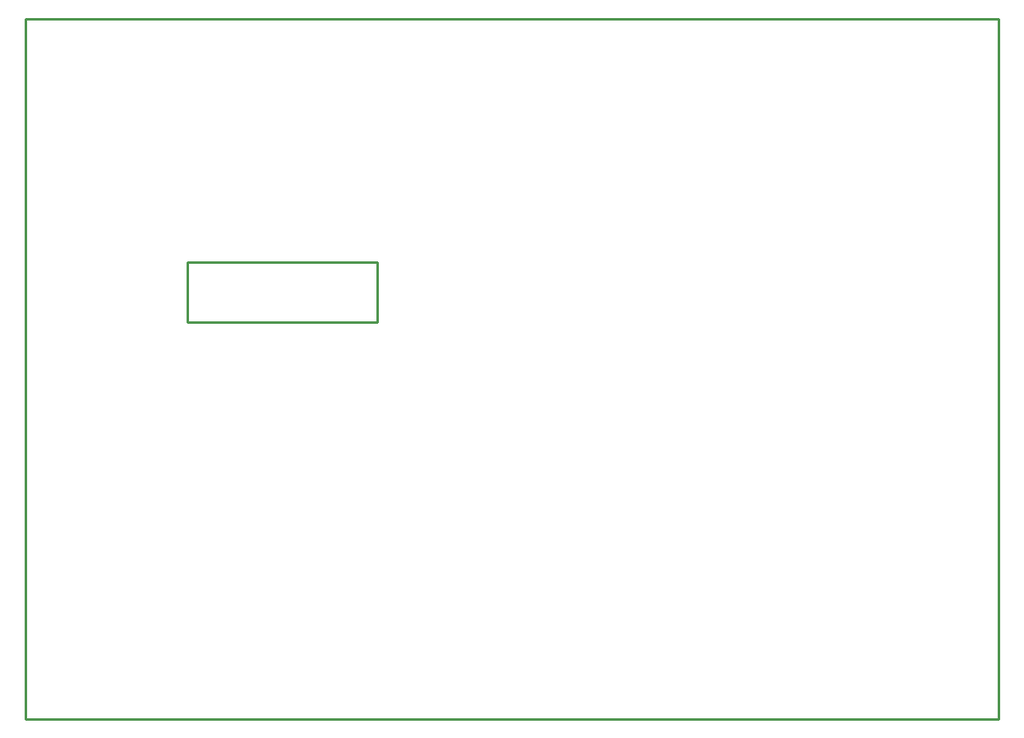
<source format=gko>
%FSTAX23Y23*%
%MOIN*%
%SFA1B1*%

%IPPOS*%
%ADD14C,0.010000*%
%LNv1.0-1*%
%LPD*%
G54D14*
X01655Y04015D02*
X02425D01*
X01655Y0377D02*
X02425D01*
Y04015*
X01655Y0377D02*
Y04015D01*
X01Y0216D02*
Y05D01*
X04945D02*
Y0216D01*
X01D02*
X04945D01*
X01Y05D02*
X04945D01*
M02*
</source>
